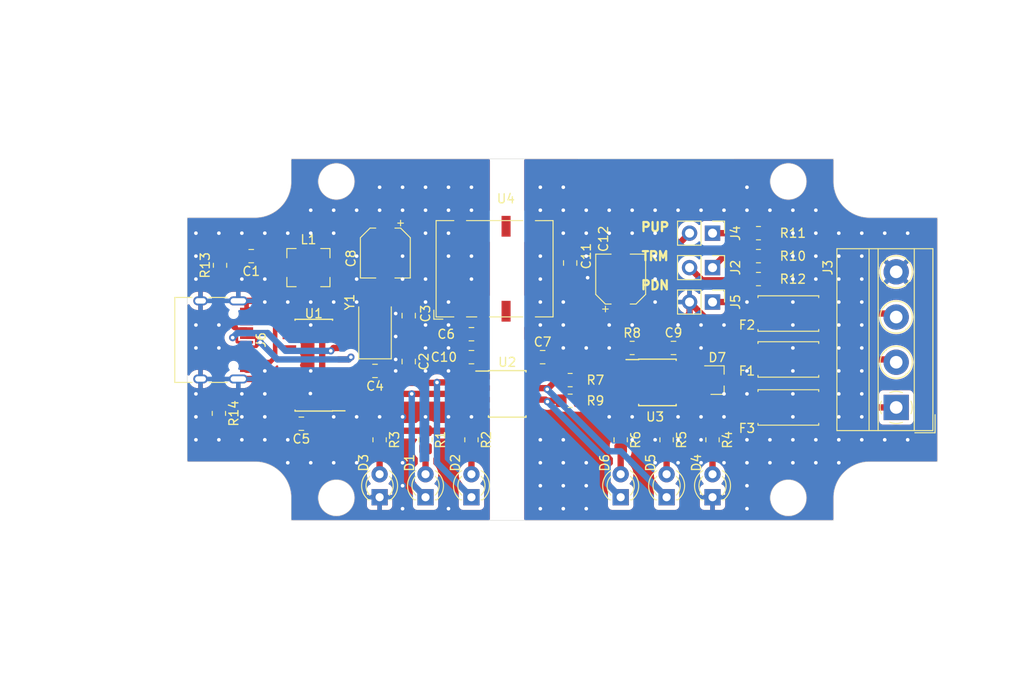
<source format=kicad_pcb>
(kicad_pcb (version 20221018) (generator pcbnew)
  (layers (0 "F.Cu" signal) (31 "B.Cu" signal) (34 "B.Paste" user) (35 "F.Paste" user) (36 "B.SilkS" user "B.Silkscreen") (37 "F.SilkS" user "F.Silkscreen") (38 "B.Mask" user) (39 "F.Mask" user) (44 "Edge.Cuts" user))
  (net 0 "")
  (net 1 "GND")
  (net 2 "-5V1")
  (net 3 "+5V1")
  (net 4 "Net-(U1-XI)")
  (net 5 "+5V")
  (net 6 "Net-(U1-XO)")
  (net 7 "Net-(U1-V3)")
  (net 8 "Net-(D1-K)")
  (net 9 "Net-(D1-A)")
  (net 10 "Net-(D2-K)")
  (net 11 "Net-(D2-A)")
  (net 12 "Net-(D3-A)")
  (net 13 "485_RX")
  (net 14 "485_TX")
  (net 15 "Net-(D4-A)")
  (net 16 "Net-(D5-A)")
  (net 17 "Net-(D6-A)")
  (net 18 "Net-(D7-A1)")
  (net 19 "Net-(D7-A2)")
  (net 20 "Net-(J3-Pin_1)")
  (net 21 "/A")
  (net 22 "Net-(J2-Pin_1)")
  (net 23 "Net-(J4-Pin_1)")
  (net 24 "Net-(J5-Pin_1)")
  (net 25 "/B")
  (net 28 "Net-(U3-RO)")
  (net 29 "Net-(U3-DE)")
  (net 30 "Net-(U3-DI)")
  (net 38 "Net-(C1-Pad1)")
  (net 39 "Net-(U1-UD+)")
  (net 40 "Net-(U1-UD-)")
  (net 41 "Net-(J6-CC1)")
  (net 42 "Net-(J6-CC2)")
  (footprint "Capacitor_SMD:CP_Elec_5x5.3" (layer "F.Cu") (at 145.415 47.92 -90)
    (fp_text reference "C8")
    (fp_text value "CP")
  )
  (footprint "Capacitor_SMD:C_0805_2012Metric_Pad1.18x1.45mm_HandSolder" (layer "F.Cu") (at 154.94 56.896 180)
    (fp_text reference "C10")
    (fp_text value "C")
  )
  (footprint "Capacitor_SMD:C_0805_2012Metric_Pad1.18x1.45mm_HandSolder" (layer "F.Cu") (at 165.862 49.022 90)
    (fp_text reference "C11")
    (fp_text value "C")
  )
  (footprint "Capacitor_SMD:CP_Elec_5x5.3" (layer "F.Cu") (at 171.45 50.8 90)
    (fp_text reference "C12")
    (fp_text value "CP")
  )
  (footprint "Connector_PinHeader_2.54mm:PinHeader_1x02_P2.54mm_Vertical" (layer "F.Cu") (at 181.61 49.53 -90)
    (fp_text reference "J2")
    (fp_text value "Conn_01x02_Male")
  )
  (footprint "Package_SO:SOIC-16_3.9x9.9mm_P1.27mm" (layer "F.Cu") (at 137.5 60.325 180)
    (fp_text reference "U1")
    (fp_text value "CH340G")
  )
  (footprint "Package_SO:SOIC-8_3.9x4.9mm_P1.27mm" (layer "F.Cu") (at 158.9 63.5)
    (fp_text reference "U2")
    (fp_text value "ISO7321C")
  )
  (footprint "Crystal:Crystal_SMD_5032-2Pin_5.0x3.2mm" (layer "F.Cu") (at 144.272 56.57 90)
    (fp_text reference "Y1")
    (fp_text value "12M")
  )
  (footprint "VEG50:AM1L-N-Z" (layer "F.Cu") (at 157.5 49.656 90)
    (fp_text reference "U4")
    (fp_text value "AM1L-N-Z")
  )
  (footprint "Capacitor_SMD:C_0805_2012Metric_Pad1.18x1.45mm_HandSolder" (layer "F.Cu") (at 130.5775 48.26 180)
    (fp_text reference "C1")
    (fp_text value "0.01U")
  )
  (footprint "Capacitor_SMD:C_0805_2012Metric_Pad1.18x1.45mm_HandSolder" (layer "F.Cu") (at 148 59.9225 -90)
    (fp_text reference "C2")
    (fp_text value "22p")
  )
  (footprint "Capacitor_SMD:C_0805_2012Metric_Pad1.18x1.45mm_HandSolder" (layer "F.Cu") (at 148 54.8425 90)
    (fp_text reference "C3")
    (fp_text value "22p")
  )
  (footprint "Capacitor_SMD:C_0805_2012Metric_Pad1.18x1.45mm_HandSolder" (layer "F.Cu") (at 144.272 60.96 180)
    (fp_text reference "C4")
    (fp_text value "0.1U")
  )
  (footprint "Capacitor_SMD:C_0805_2012Metric_Pad1.18x1.45mm_HandSolder" (layer "F.Cu") (at 136.1225 66.802 180)
    (fp_text reference "C5")
    (fp_text value "0.1U")
  )
  (footprint "Capacitor_SMD:C_0805_2012Metric_Pad1.18x1.45mm_HandSolder" (layer "F.Cu") (at 154.94 59.436)
    (fp_text reference "C6")
    (fp_text value "0.1U")
  )
  (footprint "Capacitor_SMD:C_0805_2012Metric_Pad1.18x1.45mm_HandSolder" (layer "F.Cu") (at 162.814 59.436)
    (fp_text reference "C7")
    (fp_text value "0.1U")
  )
  (footprint "Capacitor_SMD:C_0805_2012Metric_Pad1.18x1.45mm_HandSolder" (layer "F.Cu") (at 177.292 58.42)
    (fp_text reference "C9")
    (fp_text value "0.1U")
  )
  (footprint "LED_THT:LED_D3.0mm" (layer "F.Cu") (at 149.86 74.93 90)
    (fp_text reference "D1")
    (fp_text value "LED")
  )
  (footprint "LED_THT:LED_D3.0mm" (layer "F.Cu") (at 154.94 74.93 90)
    (fp_text reference "D2")
    (fp_text value "LED")
  )
  (footprint "LED_THT:LED_D3.0mm" (layer "F.Cu") (at 144.78 74.93 90)
    (fp_text reference "D3")
    (fp_text value "LED")
  )
  (footprint "LED_THT:LED_D3.0mm" (layer "F.Cu") (at 181.61 74.93 90)
    (fp_text reference "D4")
    (fp_text value "LED")
  )
  (footprint "LED_THT:LED_D3.0mm" (layer "F.Cu") (at 176.53 74.93 90)
    (fp_text reference "D5")
    (fp_text value "LED")
  )
  (footprint "LED_THT:LED_D3.0mm" (layer "F.Cu") (at 171.45 74.93 90)
    (fp_text reference "D6")
    (fp_text value "LED")
  )
  (footprint "Package_TO_SOT_SMD:SOT-23" (layer "F.Cu") (at 182.134 61.976)
    (fp_text reference "D7")
    (fp_text value "PESD2CAN")
  )
  (footprint "Fuse:Fuseholder_Littelfuse_Nano2_157x" (layer "F.Cu") (at 190 59.69)
    (fp_text reference "F1")
    (fp_text value "Polyfuse")
  )
  (footprint "Fuse:Fuseholder_Littelfuse_Nano2_157x" (layer "F.Cu") (at 190 54.61)
    (fp_text reference "F2")
    (fp_text value "Polyfuse")
  )
  (footprint "TerminalBlock_MetzConnect:TerminalBlock_MetzConnect_Type011_RT05504HBWC_1x04_P5.00mm_Horizontal" (layer "F.Cu") (at 201.93 65 90)
    (fp_text reference "J3")
    (fp_text value "Conn_01x04_Male")
  )
  (footprint "Inductor_SMD:L_Bourns-SRN4018" (layer "F.Cu") (at 136.905 49.53 180)
    (fp_text reference "L1")
    (fp_text value "Ferrite_Bead")
  )
  (footprint "Resistor_SMD:R_0805_2012Metric_Pad1.20x1.40mm_HandSolder" (layer "F.Cu") (at 154.94 68.58 -90)
    (fp_text reference "R2")
    (fp_text value "1K")
  )
  (footprint "Resistor_SMD:R_0805_2012Metric_Pad1.20x1.40mm_HandSolder" (layer "F.Cu") (at 144.78 68.58 -90)
    (fp_text reference "R3")
    (fp_text value "1K")
  )
  (footprint "Resistor_SMD:R_0805_2012Metric_Pad1.20x1.40mm_HandSolder" (layer "F.Cu") (at 181.61 68.58 -90)
    (fp_text reference "R4")
    (fp_text value "1K")
  )
  (footprint "Resistor_SMD:R_0805_2012Metric_Pad1.20x1.40mm_HandSolder" (layer "F.Cu") (at 176.53 68.58 -90)
    (fp_text reference "R5")
    (fp_text value "1K")
  )
  (footprint "Resistor_SMD:R_0805_2012Metric_Pad1.20x1.40mm_HandSolder" (layer "F.Cu") (at 171.45 68.58 -90)
    (fp_text reference "R6")
    (fp_text value "1K")
  )
  (footprint "Resistor_SMD:R_0805_2012Metric_Pad1.20x1.40mm_HandSolder" (layer "F.Cu") (at 165.862 61.976)
    (fp_text reference "R7")
    (fp_text value "300R")
  )
  (footprint "Resistor_SMD:R_0805_2012Metric_Pad1.20x1.40mm_HandSolder" (layer "F.Cu") (at 172.72 58.42)
    (fp_text reference "R8")
    (fp_text value "4k7")
  )
  (footprint "Resistor_SMD:R_0805_2012Metric_Pad1.20x1.40mm_HandSolder" (layer "F.Cu") (at 165.862 64.262)
    (fp_text reference "R9")
    (fp_text value "300R")
  )
  (footprint "Resistor_SMD:R_0805_2012Metric_Pad1.20x1.40mm_HandSolder" (layer "F.Cu") (at 186.69 48.26 180)
    (fp_text reference "R10")
    (fp_text value "130R")
  )
  (footprint "Package_SO:SOIC-8_3.9x4.9mm_P1.27mm" (layer "F.Cu") (at 175.514 62.23)
    (fp_text reference "U3")
    (fp_text value "MAX1487")
  )
  (footprint "Fuse:Fuseholder_Littelfuse_Nano2_157x" (layer "F.Cu") (at 190 65 180)
    (fp_text reference "F3")
    (fp_text value "Polyfuse")
  )
  (footprint "Connector_USB:USB_C_Receptacle_HRO_TYPE-C-31-M-12" (layer "F.Cu") (at 126.018 57.531 -90)
    (fp_text reference "J6")
    (fp_text value "USB_C_Receptacle_USB2.0")
  )
  (footprint "Resistor_SMD:R_0805_2012Metric_Pad1.20x1.40mm_HandSolder" (layer "F.Cu") (at 127.127 49.276 90)
    (fp_text reference "R13")
    (fp_text value "10K")
  )
  (footprint "Resistor_SMD:R_0805_2012Metric_Pad1.20x1.40mm_HandSolder" (layer "F.Cu") (at 127 65.659 -90)
    (fp_text reference "R14")
    (fp_text value "10K")
  )
  (footprint "Resistor_SMD:R_0805_2012Metric_Pad1.20x1.40mm_HandSolder" (layer "F.Cu") (at 186.69 45.72 180)
    (fp_text reference "R11")
    (fp_text value "13k")
  )
  (footprint "Connector_PinHeader_2.54mm:PinHeader_1x02_P2.54mm_Vertical" (layer "F.Cu") (at 181.61 45.72 -90)
    (fp_text reference "J4")
    (fp_text value "Conn_01x02_Male")
  )
  (footprint "Resistor_SMD:R_0805_2012Metric_Pad1.20x1.40mm_HandSolder" (layer "F.Cu") (at 149.86 68.58 -90)
    (fp_text reference "R1")
    (fp_text value "1K")
  )
  (footprint "Connector_PinHeader_2.54mm:PinHeader_1x02_P2.54mm_Vertical" (layer "F.Cu") (at 181.61 53.34 -90)
    (fp_text reference "J5")
    (fp_text value "Conn_01x02_Male")
  )
  (footprint "Resistor_SMD:R_0805_2012Metric_Pad1.20x1.40mm_HandSolder" (layer "F.Cu") (at 186.69 50.8 180)
    (fp_text reference "R12")
    (fp_text value "13k")
  )
  (gr_line (start 123.5 71) (end 131 71) (stroke (width 0.05)) (layer "Edge.Cuts"))
  (gr_line (start 195 37.5) (end 195 40) (stroke (width 0.05)) (layer "Edge.Cuts"))
  (gr_line (start 206.5 44) (end 199 44) (stroke (width 0.05)) (layer "Edge.Cuts"))
  (gr_line (start 195 75) (end 195 77.5) (stroke (width 0.05)) (layer "Edge.Cuts"))
  (gr_circle (center 140 40) (end 142 40) (stroke (width 0.05)) (fill none) (layer "Edge.Cuts"))
  (gr_circle (center 140 75) (end 142 75) (stroke (width 0.05)) (fill none) (layer "Edge.Cuts"))
  (gr_line (start 131 44) (end 123.5 44) (stroke (width 0.05)) (layer "Edge.Cuts"))
  (gr_line (start 123.5 44) (end 123.5 71) (stroke (width 0.05)) (layer "Edge.Cuts"))
  (gr_circle (center 190 40) (end 192 40) (stroke (width 0.05)) (fill none) (layer "Edge.Cuts"))
  (gr_line (start 135 75) (end 135 77.5) (stroke (width 0.05)) (layer "Edge.Cuts"))
  (gr_arc (start 195 75) (mid 196.171573 72.171573) (end 199 71) (stroke (width 0.05)) (layer "Edge.Cuts"))
  (gr_circle (center 190 75) (end 192 75) (stroke (width 0.05)) (fill none) (layer "Edge.Cuts"))
  (gr_line (start 199 71) (end 206.5 71) (stroke (width 0.05)) (layer "Edge.Cuts"))
  (gr_arc (start 135 40) (mid 133.828427 42.828427) (end 131 44) (stroke (width 0.05)) (layer "Edge.Cuts"))
  (gr_arc (start 199 44) (mid 196.171573 42.828427) (end 195 40) (stroke (width 0.05)) (layer "Edge.Cuts"))
  (gr_line (start 135 77.5) (end 195 77.5) (stroke (width 0.05)) (layer "Edge.Cuts"))
  (gr_line (start 135 37.5) (end 195 37.5) (stroke (width 0.05)) (layer "Edge.Cuts"))
  (gr_arc (start 131 71) (mid 133.828427 72.171573) (end 135 75) (stroke (width 0.05)) (layer "Edge.Cuts"))
  (gr_line (start 135 40) (end 135 37.5) (stroke (width 0.05)) (layer "Edge.Cuts"))
  (gr_line (start 206.5 71) (end 206.5 44) (stroke (width 0.05)) (layer "Edge.Cuts"))
  (gr_text "USB-485 Isolator\nV2.1-0923 VNF" (at 175.26 39.624) (layer "F.Cu") (effects (font (size 1.2 1.2) (thickness 0.3) bold)))
  (gr_text "PUP\n\nTRM\n\nPDN" (at 175.26 48.26) (layer "F.SilkS") (effects (font (size 1 1) (thickness 0.25) bold)))
  (segment (start 130.063 54.231) (end 131.189 54.231) (width 0.7) (layer "F.Cu") (net 1))
  (segment (start 131.189 61.851) (end 129.148 61.851) (width 0.7) (layer "F.Cu") (net 1))
  (segment (start 137.16 66.04) (end 138.43 64.77) (width 0.7) (layer "F.Cu") (net 1))
  (segment (start 130.063 60.831) (end 131.951 60.831) (width 0.7) (layer "F.Cu") (net 1))
  (segment (start 131.189 54.231) (end 132.08 53.34) (width 0.7) (layer "F.Cu") (net 1))
  (segment (start 132.08 60.96) (end 131.189 61.851) (width 0.7) (layer "F.Cu") (net 1))
  (segment (start 137.16 66.802) (end 137.16 66.04) (width 0.7) (layer "F.Cu") (net 1))
  (segment (start 137.16 66.802) (end 138.938 66.802) (width 0.7) (layer "F.Cu") (net 1))
  (segment (start 145.3095 60.96) (end 145.3095 60.4305) (width 0.7) (layer "F.Cu") (net 1))
  (segment (start 146.05 59.69) (end 146.558 59.69) (width 0.7) (layer "F.Cu") (net 1))
  (segment (start 148.59 60.96) (end 149.86 59.69) (width 0.7) (layer "F.Cu") (net 1))
  (segment (start 132.08 53.34) (end 131.951 53.211) (width 0.7) (layer "F.Cu") (net 1))
  (segment (start 148 60.96) (end 148.59 60.96) (width 0.7) (layer "F.Cu") (net 1))
  (segment (start 138.938 66.802) (end 139.7 66.04) (width 0.7) (layer "F.Cu") (net 1))
  (segment (start 149.86 59.69) (end 149.86 58.42) (width 0.7) (layer "F.Cu") (net 1))
  (segment (start 131.951 60.831) (end 132.08 60.96) (width 0.7) (layer "F.Cu") (net 1))
  (segment (start 127.127 48.276) (end 129.524 48.276) (width 0.7) (layer "F.Cu") (net 1))
  (segment (start 131.951 53.211) (end 129.148 53.211) (width 0.7) (layer "F.Cu") (net 1))
  (segment (start 146.558 59.69) (end 146.73 59.69) (width 0.7) (layer "F.Cu") (net 1))
  (segment (start 145.3095 60.4305) (end 146.05 59.69) (width 0.7) (layer "F.Cu") (net 1))
  (segment (start 146.73 59.69) (end 148 60.96) (width 0.7) (layer "F.Cu") (net 1))
  (segment (start 138.43 64.77) (end 140.2 64.77) (width 0.7) (layer "F.Cu") (net 1))
  (via (at 149.86 53.34) (size 0.8) (drill 0.4) (layers "F.Cu" "B.Cu") (net 1))
  (via (at 134.62 53.34) (size 0.8) (drill 0.4) (layers "F.Cu" "B.Cu") (net 1))
  (via (at 124.46 58.42) (size 0.8) (drill 0.4) (layers "F.Cu" "B.Cu") (net 1))
  (via (at 127 58.42) (size 0.8) (drill 0.4) (layers "F.Cu" "B.Cu") (net 1))
  (via (at 147.32 48.26) (size 0.8) (drill 0.4) (layers "F.Cu" "B.Cu") (net 1))
  (via (at 154.94 50.8) (size 0.8) (drill 0.4) (layers "F.Cu" "B.Cu") (net 1))
  (via (at 137.16 55.88) (size 0.8) (drill 0.4) (layers "F.Cu" "B.Cu") (net 1))
  (via (at 132.08 50.8) (size 0.8) (drill 0.4) (layers "F.Cu" "B.Cu") (net 1))
  (via (at 142.24 48.26) (size 0.8) (drill 0.4) (layers "F.Cu" "B.Cu") (net 1))
  (via (at 127 55.88) (size 0.8) (drill 0.4) (layers "F.Cu" "B.Cu") (net 1))
  (via (at 147.32 76.2) (size 0.8) (drill 0.4) (layers "F.Cu" "B.Cu") (net 1))
  (via (at 132.08 68.58) (size 0.8) (drill 0.4) (layers "F.Cu" "B.Cu") (net 1))
  (via (at 142.24 53.34) (size 0.8) (drill 0.4) (layers "F.Cu" "B.Cu") (net 1))
  (via (at 137.16 60.96) (size 0.8) (drill 0.4) (layers "F.Cu" "B.Cu") (net 1))
  (via (at 149.86 55.88) (size 0.8) (drill 0.4) (layers "F.Cu" "B.Cu") (net 1))
  (via (at 137.16 45.72) (size 0.8) (drill 0.4) (layers "F.Cu" "B.Cu") (net 1))
  (via (at 129.54 45.72) (size 0.8) (drill 0.4) (layers "F.Cu" "B.Cu") (net 1))
  (via (at 127 68.58) (size 0.8) (drill 0.4) (layers "F.Cu" "B.Cu") (net 1))
  (via (at 124.46 68.58) (size 0.8) (drill 0.4) (layers "F.Cu" "B.Cu") (net 1))
  (via (at 132.08 66.04) (size 0.8) (drill 0.4) (layers "F.Cu" "B.Cu") (net 1))
  (via (at 147.32 73.66) (size 0.8) (drill 0.4) (layers "F.Cu" "B.Cu") (net 1))
  (via (at 139.7 43.18) (size 0.8) (drill 0.4) (layers "F.Cu" "B.Cu") (net 1))
  (via (at 142.24 43.18) (size 0.8) (drill 0.4) (layers "F.Cu" "B.Cu") (net 1))
  (via (at 152.4 55.88) (size 0.8) (drill 0.4) (layers "F.Cu" "B.Cu") (net 1))
  (via (at 147.32 71.12) (size 0.8) (drill 0.4) (layers "F.Cu" "B.Cu") (net 1))
  (via (at 147.32 66.04) (size 0.8) (drill 0.4) (layers "F.Cu" "B.Cu") (net 1))
  (via (at 129.54 63.5) (size 0.8) (drill 0.4) (layers "F.Cu" "B.Cu") (net 1))
  (via (at 152.4 43.18) (size 0.8) (drill 0.4) (layers "F.Cu" "B.Cu") (net 1))
  (via (at 144.78 40.64) (size 0.8) (drill 0.4) (layers "F.Cu" "B.Cu") (net 1))
  (via (at 154.94 66.04) (size 0.8) (drill 0.4) (layers "F.Cu" "B.Cu") (net 1))
  (via (at 124.46 45.72) (size 0.8) (drill 0.4) (layers "F.Cu" "B.Cu") (net 1))
  (via (at 147.32 40.64) (size 0.8) (drill 0.4) (layers "F.Cu" "B.Cu") (net 1))
  (via (at 149.86 43.18) (size 0.8) (drill 0.4) (layers "F.Cu" "B.Cu") (net 1))
  (via (at 149.86 58.42) (size 0.8) (drill 0.4) (layers "F.Cu" "B.Cu") (net 1))
  (via (at 124.46 55.88) (size 0.8) (drill 0.4) (layers "F.Cu" "B.Cu") (net 1))
  (via (at 154.94 40.64) (size 0.8) (drill 0.4) (layers "F.Cu" "B.Cu") (net 1))
  (via (at 129.54 68.58) (size 0.8) (drill 0.4) (layers "F.Cu" "B.Cu") (net 1))
  (via (at 142.24 71.12) (size 0.8) (drill 0.4) (layers "F.Cu" "B.Cu") (net 1))
  (via (at 132.08 60.96) (size 0.8) (drill 0.4) (layers "F.Cu" "B.Cu") (net 1))
  (via (at 152.4 66.04) (size 0.8) (drill 0.4) (layers "F.Cu" "B.Cu") (net 1))
  (via (at 152.4 45.72) (size 0.8) (drill 0.4) (layers "F.Cu" "B.Cu") (net 1))
  (via (at 124.46 48.26) (size 0.8) (drill 0.4) (layers "F.Cu" "B.Cu") (net 1))
  (via (at 152.4 58.42) (size 0.8) (drill 0.4) (layers "F.Cu" "B.Cu") (net 1))
  (via (at 154.94 43.18) (size 0.8) (drill 0.4) (layers "F.Cu" "B.Cu") (net 1))
  (via (at 134.62 68.58) (size 0.8) (drill 0.4) (layers "F.Cu" "B.Cu") (net 1))
  (via (at 127 45.72) (size 0.8) (drill 0.4) (layers "F.Cu" "B.Cu") (net 1))
  (via (at 124.46 63.5) (size 0.8) (drill 0.4) (layers "F.Cu" "B.Cu") (net 1))
  (via (at 152.4 40.64) (size 0.8) (drill 0.4) (layers "F.Cu" "B.Cu") (net 1))
  (via (at 152.4 48.26) (size 0.8) (drill 0.4) (layers "F.Cu" "B.Cu") (net 1))
  (via (at 146.558 59.69) (size 0.8) (drill 0.4) (layers "F.Cu" "B.Cu") (net 1))
  (via (at 132.08 45.72) (size 0.8) (drill 0.4) (layers "F.Cu" "B.Cu") (net 1))
  (via (at 137.122559 63.462559) (size 0.8) (drill 0.4) (layers "F.Cu" "B.Cu") (net 1))
  (via (at 124.46 66.04) (size 0.8) (drill 0.4) (layers "F.Cu" "B.Cu") (net 1))
  (via (at 139.7 53.34) (size 0.8) (drill 0.4) (layers "F.Cu" "B.Cu") (net 1))
  (via (at 132.08 53.34) (size 0.8) (drill 0.4) (layers "F.Cu" "B.Cu") (net 1))
  (via (at 146.558 54.61) (size 0.8) (drill 0.4) (layers "F.Cu" "B.Cu") (net 1))
  (via (at 144.78 43.18) (size 0.8) (drill 0.4) (layers "F.Cu" "B.Cu") (net 1))
  (via (at 146.558 60.96) (size 0.8) (drill 0.4) (layers "F.Cu" "B.Cu") (net 1))
  (via (at 146.558 57.15) (size 0.8) (drill 0.4) (layers "F.Cu" "B.Cu") (net 1))
  (via (at 149.86 66.04) (size 0.8) (drill 0.4) (layers "F.Cu" "B.Cu") (net 1))
  (via (at 137.16 53.34) (size 0.8) (drill 0.4) (layers "F.Cu" "B.Cu") (net 1))
  (via (at 149.86 50.8) (size 0.8) (drill 0.4) (layers "F.Cu" "B.Cu") (net 1))
  (via (at 142.24 66.04) (size 0.8) (drill 0.4) (layers "F.Cu" "B.Cu") (net 1))
  (via (at 129.54 66.04) (size 0.8) (drill 0.4) (layers "F.Cu" "B.Cu") (net 1))
  (via (at 134.62 71.12) (size 0.8) (drill 0.4) (layers "F.Cu" "B.Cu") (net 1))
  (via (at 137.16 71.12) (size 0.8) (drill 0.4) (layers "F.Cu" "B.Cu") (net 1))
  (via (at 152.4 53.34) (size 0.8) (drill 0.4) (layers "F.Cu" "B.Cu") (net 1))
  (via (at 134.62 45.72) (size 0.8) (drill 0.4) (layers "F.Cu" "B.Cu") (net 1))
  (via (at 139.7 71.12) (size 0.8) (drill 0.4) (layers "F.Cu" "B.Cu") (net 1))
  (via (at 152.4 60.96) (size 0.8) (drill 0.4) (layers "F.Cu" "B.Cu") (net 1))
  (via (at 132.08 63.5) (size 0.8) (drill 0.4) (layers "F.Cu" "B.Cu") (net 1))
  (via (at 152.4 76.2) (size 0.8) (drill 0.4) (layers "F.Cu" "B.Cu") (net 1))
  (via (at 139.7 45.72) (size 0.8) (drill 0.4) (layers "F.Cu" "B.Cu") (net 1))
  (via (at 144.78 66.04) (size 0.8) (drill 0.4) (layers "F.Cu" "B.Cu") (net 1))
  (via (at 149.86 45.72) (size 0.8) (drill 0.4) (layers "F.Cu" "B.Cu") (net 1))
  (via (at 139.7 66.04) (size 0.8) (drill 0.4) (layers "F.Cu" "B.Cu") (net 1))
  (via (at 149.86 60.96) (size 0.8) (drill 0.4) (layers "F.Cu" "B.Cu") (net 1))
  (via (at 154.94 48.26) (size 0.8) (drill 0.4) (layers "F.Cu" "B.Cu") (net 1))
  (via (at 129.54 50.8) (size 0.8) (drill 0.4) (layers "F.Cu" "B.Cu") (net 1))
  (via (at 149.86 40.64) (size 0.8) (drill 0.4) (layers "F.Cu" "B.Cu") (net 1))
  (via (at 124.46 50.8) (size 0.8) (drill 0.4) (layers "F.Cu" "B.Cu") (net 1))
  (via (at 147.32 50.8) (size 0.8) (drill 0.4) (layers "F.Cu" "B.Cu") (net 1))
  (via (at 137.16 43.18) (size 0.8) (drill 0.4) (layers "F.Cu" "B.Cu") (net 1))
  (via (at 142.24 50.8) (size 0.8) (drill 0.4) (layers "F.Cu" "B.Cu") (net 1))
  (via (at 147.32 43.18) (size 0.8) (drill 0.4) (layers "F.Cu" "B.Cu") (net 1))
  (segment (start 179.07 53.34) (end 181.61 55.88) (width 0.7) (layer "F.Cu") (net 2))
  (segment (start 181.61 55.88) (end 182.88 55.88) (width 0.7) (layer "F.Cu") (net 2))
  (segment (start 179.07 54.61) (end 177.8 55.88) (width 0.7) (layer "F.Cu") (net 2))
  (segment (start 179.07 53.34) (end 179.07 54.61) (width 0.7) (layer "F.Cu") (net 2))
  (via (at 177.8 68.58) (size 0.8) (drill 0.4) (layers "F.Cu" "B.Cu") (net 2))
  (via (at 185.42 71.12) (size 0.8) (drill 0.4) (layers "F.Cu" "B.Cu") (net 2))
  (via (at 203.2 68.58) (size 0.8) (drill 0.4) (layers "F.Cu" "B.Cu") (net 2))
  (via (at 180.34 71.12) (size 0.8) (drill 0.4) (layers "F.Cu" "B.Cu") (net 2))
  (via (at 198.12 60.96) (size 0.8) (drill 0.4) (layers "F.Cu" "B.Cu") (net 2))
  (via (at 185.42 63.5) (size 0.8) (drill 0.4) (layers "F.Cu" "B.Cu") (net 2))
  (via (at 170.18 58.42) (size 0.8) (drill 0.4) (layers "F.Cu" "B.Cu") (net 2))
  (via (at 162.56 76.2) (size 0.8) (drill 0.4) (layers "F.Cu" "B.Cu") (net 2))
  (via (at 177.8 66.04) (size 0.8) (drill 0.4) (layers "F.Cu" "B.Cu") (net 2))
  (via (at 198.12 58.42) (size 0.8) (drill 0.4) (layers "F.Cu" "B.Cu") (net 2))
  (via (at 167.64 76.2) (size 0.8) (drill 0.4) (layers "F.Cu" "B.Cu") (net 2))
  (via (at 167.64 45.72) (size 0.8) (drill 0.4) (layers "F.Cu" "B.Cu") (net 2))
  (via (at 177.8 43.18) (size 0.8) (drill 0.4) (layers "F.Cu" "B.Cu") (net 2))
  (via (at 182.88 66.04) (size 0.8) (drill 0.4) (layers "F.Cu" "B.Cu") (net 2))
  (via (at 190.5 58.42) (size 0.8) (drill 0.4) (layers "F.Cu" "B.Cu") (net 2))
  (via (at 175.26 48.26) (size 0.8) (drill 0.4) (layers "F.Cu" "B.Cu") (net 2))
  (via (at 200.66 68.58) (size 0.8) (drill 0.4) (layers "F.Cu" "B.Cu") (net 2))
  (via (at 172.72 55.88) (size 0.8) (drill 0.4) (layers "F.Cu" "B.Cu") (net 2))
  (via (at 167.64 58.42) (size 0.8) (drill 0.4) (layers "F.Cu" "B.Cu") (net 2))
  (via (at 180.34 43.18) (size 0.8) (drill 0.4) (layers "F.Cu" "B.Cu") (net 2))
  (via (at 185.42 68.58) (size 0.8) (drill 0.4) (layers "F.Cu" "B.Cu") (net 2))
  (via (at 195.58 55.88) (size 0.8) (drill 0.4) (layers "F.Cu" "B.Cu") (net 2))
  (via (at 165.1 68.58) (size 0.8) (drill 0.4) (layers "F.Cu" "B.Cu") (net 2))
  (via (at 195.58 50.8) (size 0.8) (drill 0.4) (layers "F.Cu" "B.Cu") (net 2))
  (via (at 167.64 73.66) (size 0.8) (drill 0.4) (layers "F.Cu" "B.Cu") (net 2))
  (via (at 175.26 71.12) (size 0.8) (drill 0.4) (layers "F.Cu" "B.Cu") (net 2))
  (via (at 162.56 55.88) (size 0.8) (drill 0.4) (layers "F.Cu" "B.Cu") (net 2))
  (via (at 203.2 45.72) (size 0.8) (drill 0.4) (layers "F.Cu" "B.Cu") (net 2))
  (via (at 175.26 45.72) (size 0.8) (drill 0.4) (layers "F.Cu" "B.Cu") (net 2))
  (via (at 198.12 68.58) (size 0.8) (drill 0.4) (layers "F.Cu" "B.Cu") (net 2))
  (via (at 193.04 68.58) (size 0.8) (drill 0.4) (layers "F.Cu" "B.Cu") (net 2))
  (via (at 167.64 71.12) (size 0.8) (drill 0.4) (layers "F.Cu" "B.Cu") (net 2))
  (via (at 190.5 43.18) (size 0.8) (drill 0.4) (layers "F.Cu" "B.Cu") (net 2))
  (via (at 172.72 66.04) (size 0.8) (drill 0.4) (layers "F.Cu" "B.Cu") (net 2))
  (via (at 198.12 63.5) (size 0.8) (drill 0.4) (layers "F.Cu" "B.Cu") (net 2))
  (via (at 190.5 60.96) (size 0.8) (drill 0.4) (layers "F.Cu" "B.Cu") (net 2))
  (via (at 162.56 73.66) (size 0.8) (drill 0.4) (layers "F.Cu" "B.Cu") (net 2))
  (via (at 170.18 43.18) (size 0.8) (drill 0.4) (layers "F.Cu" "B.Cu") (net 2))
  (via (at 195.58 71.12) (size 0.8) (drill 0.4) (layers "F.Cu" "B.Cu") (net 2))
  (via (at 165.1 76.2) (size 0.8) (drill 0.4) (layers "F.Cu" "B.Cu") (net 2))
  (via (at 162.56 68.58) (size 0.8) (drill 0.4) (layers "F.Cu" "B.Cu") (net 2))
  (via (at 185.42 73.66) (size 0.8) (drill 0.4) (layers "F.Cu" "B.Cu") (net 2))
  (via (at 198.12 66.04) (size 0.8) (drill 0.4) (layers "F.Cu" "B.Cu") (net 2))
  (via (at 190.5 55.88) (size 0.8) (drill 0.4) (layers "F.Cu" "B.Cu") (net 2))
  (via (at 165.1 40.64) (size 0.8) (drill 0.4) (layers "F.Cu" "B.Cu") (net 2))
  (via (at 190.5 71.12) (size 0.8) (drill 0.4) (layers "F.Cu" "B.Cu") (net 2))
  (via (at 172.72 68.58) (size 0.8) (drill 0.4) (layers "F.Cu" "B.Cu") (net 2))
  (via (at 182.88 43.18) (size 0.8) (drill 0.4) (layers "F.Cu" "B.Cu") (net 2))
  (via (at 198.12 48.26) (size 0.8) (drill 0.4) (layers "F.Cu" "B.Cu") (net 2))
  (via (at 190.5 63.5) (size 0.8) (drill 0.4) (layers "F.Cu" "B.Cu") (net 2))
  (via (at 185.42 53.34) (size 0.8) (drill 0.4) (layers "F.Cu" "B.Cu") (net 2))
  (via (at 185.42 43.18) (size 0.8) (drill 0.4) (layers "F.Cu" "B.Cu") (net 2))
  (via (at 193.04 43.18) (size 0.8) (drill 0.4) (layers "F.Cu" "B.Cu") (net 2))
  (via (at 175.26 53.34) (size 0.8) (drill 0.4) (layers "F.Cu" "B.Cu") (net 2))
  (via (at 193.04 71.12) (size 0.8) (drill 0.4) (layers "F.Cu" "B.Cu") (net 2))
  (via (at 193.04 50.8) (size 0.8) (drill 0.4) (layers "F.Cu" "B.Cu") (net 2))
  (via (at 190.5 48.26) (size 0.8) (drill 0.4) (layers "F.Cu" "B.Cu") (net 2))
  (via (at 167.64 48.26) (size 0.8) (drill 0.4) (layers "F.Cu" "B.Cu") (net 2))
  (via (at 180.34 58.42) (size 0.8) (drill 0.4) (layers "F.Cu" "B.Cu") (net 2))
  (via (at 182.88 63.5) (size 0.8) (drill 0.4) (layers "F.Cu" "B.Cu") (net 2))
  (via (at 193.04 45.72) (size 0.8) (drill 0.4) (layers "F.Cu" "B.Cu") (net 2))
  (via (at 180.34 68.58) (size 0.8) (drill 0.4) (layers "F.Cu" "B.Cu") (net 2))
  (via (at 175.26 50.8) (size 0.8) (drill 0.4) (layers "F.Cu" "B.Cu") (net 2))
  (via (at 190.5 53.34) (size 0.8) (drill 0.4) (layers "F.Cu" "B.Cu") (net 2))
  (via (at 182.88 71.12) (size 0.8) (drill 0.4) (layers "F.Cu" "B.Cu") (net 2))
  (via (at 180.34 66.04) (size 0.8) (drill 0.4) (layers "F.Cu" "B.Cu") (net 2))
  (via (at 167.64 43.18) (size 0.8) (drill 0.4) (layers "F.Cu" "B.Cu") (net 2))
  (via (at 165.1 53.34) (size 0.8) (drill 0.4) (layers "F.Cu" "B.Cu") (net 2))
  (via (at 185.42 76.2) (size 0.8) (drill 0.4) (layers "F.Cu" "B.Cu") (net 2))
  (via (at 195.58 66.04) (size 0.8) (drill 0.4) (layers "F.Cu" "B.Cu") (net 2))
  (via (at 162.56 48.26) (size 0.8) (drill 0.4) (layers "F.Cu" "B.Cu") (net 2))
  (via (at 187.96 43.18) (size 0.8) (drill 0.4) (layers "F.Cu" "B.Cu") (net 2))
  (via (at 162.56 43.18) (size 0.8) (drill 0.4) (layers "F.Cu" "B.Cu") (net 2))
  (via (at 190.5 68.58) (size 0.8) (drill 0.4) (layers "F.Cu" "B.Cu") (net 2))
  (via (at 165.1 58.42) (size 0.8) (drill 0.4) (layers "F.Cu" "B.Cu") (net 2))
  (via (at 198.12 45.72) (size 0.8) (drill 0.4) (layers "F.Cu" "B.Cu") (net 2))
  (via (at 195.58 60.96) (size 0.8) (drill 0.4) (layers "F.Cu" "B.Cu") (net 2))
  (via (at 175.26 43.18) (size 0.8) (drill 0.4) (layers "F.Cu" "B.Cu") (net 2))
  (via (at 165.1 43.18) (size 0.8) (drill 0.4) (layers "F.Cu" "B.Cu") (net 2))
  (via (at 195.58 63.5) (size 0.8) (drill 0.4) (layers "F.Cu" "B.Cu") (net 2))
  (via (at 170.18 45.72) (size 0.8) (drill 0.4) (layers "F.Cu" "B.Cu") (net 2))
  (via (at 182.88 55.88) (size 0.8) (drill 0.4) (layers "F.Cu" "B.Cu") (net 2))
  (via (at 190.5 45.72) (size 0.8) (drill 0.4) (layers "F.Cu" "B.Cu") (net 2))
  (via (at 172.72 45.72) (size 0.8) (drill 0.4) (layers "F.Cu" "B.Cu") (net 2))
  (via (at 177.8 55.88) (size 0.8) (drill 0.4) (layers "F.Cu" "B.Cu") (net 2))
  (via (at 162.56 40.64) (size 0.8) (drill 0.4) (layers "F.Cu" "B.Cu") (net 2))
  (via (at 185.42 40.64) (size 0.8) (drill 0.4) (layers "F.Cu" "B.Cu") (net 2))
  (via (at 167.792648 50.647352) (size 0.8) (drill 0.4) (layers "F.Cu" "B.Cu") (net 2))
  (via (at 175.26 68.58) (size 0.8) (drill 0.4) (layers "F.Cu" "B.Cu") (net 2))
  (via (at 162.56 50.8) (size 0.8) (drill 0.4) (layers "F.Cu" "B.Cu") (net 2))
  (via (at 198.12 53.34) (size 0.8) (drill 0.4) (layers "F.Cu" "B.Cu") (net 2))
  (via (at 195.58 48.26) (size 0.8) (drill 0.4) (layers "F.Cu" "B.Cu") (net 2))
  (via (at 170.18 55.88) (size 0.8) (drill 0.4) (layers "F.Cu" "B.Cu") (net 2))
  (via (at 180.34 55.88) (size 0.8) (drill 0.4) (layers "F.Cu" "B.Cu") (net 2))
  (via (at 195.58 58.42) (size 0.8) (drill 0.4) (layers "F.Cu" "B.Cu") (net 2))
  (via (at 165.1 45.72) (size 0.8) (drill 0.4) (layers "F.Cu" "B.Cu") (net 2))
  (via (at 165.1 71.12) (size 0.8) (drill 0.4) (layers "F.Cu" "B.Cu") (net 2))
  (via (at 190.5 50.8) (size 0.8) (drill 0.4) (layers "F.Cu" "B.Cu") (net 2))
  (via (at 195.58 45.72) (size 0.8) (drill 0.4) (layers "F.Cu" "B.Cu") (net 2))
  (via (at 195.58 68.58) (size 0.8) (drill 0.4) (layers "F.Cu" "B.Cu") (net 2))
  (via (at 200.66 45.72) (size 0.8) (drill 0.4) (layers "F.Cu" "B.Cu") (net 2))
  (via (at 198.12 50.8) (size 0.8) (drill 0.4) (layers "F.Cu" "B.Cu") (net 2))
  (via (at 172.72 43.18) (size 0.8) (drill 0.4) (layers "F.Cu" "B.Cu") (net 2))
  (via (at 162.56 53.34) (size 0.8) (drill 0.4) (layers "F.Cu" "B.Cu") (net 2))
  (via (at 177.8 71.12) (size 0.8) (drill 0.4) (layers "F.Cu" "B.Cu") (net 2))
  (via (at 193.04 48.26) (size 0.8) (drill 0.4) (layers "F.Cu" "B.Cu") (net 2))
  (via (at 187.96 68.58) (size 0.8) (drill 0.4) (layers "F.Cu" "B.Cu") (net 2))
  (via (at 195.58 53.34) (size 0.8) (drill 0.4) (layers "F.Cu" "B.Cu") (net 2))
  (via (at 170.18 66.04) (size 0.8) (drill 0.4) (layers "F.Cu" "B.Cu") (net 2))
  (via (at 185.42 60.96) (size 0.8) (drill 0.4) (layers "F.Cu" "B.Cu") (net 2))
  (via (at 165.1 73.66) (size 0.8) (drill 0.4) (layers "F.Cu" "B.Cu") (net 2))
  (via (at 165.1 55.88) (size 0.8) (drill 0.4) (layers "F.Cu" "B.Cu") (net 2))
  (via (at 190.5 66.04) (size 0.8) (drill 0.4) (layers "F.Cu" "B.Cu") (net 2))
  (via (at 187.96 71.12) (size 0.8) (drill 0.4) (layers "F.Cu" "B.Cu") (net 2))
  (via (at 198.12 55.88) (size 0.8) (drill 0.4) (layers "F.Cu" "B.Cu") (net 2))
  (via (at 162.56 71.12) (size 0.8) (drill 0.4) (layers "F.Cu" "B.Cu") (net 2))
  (segment (start 162.56 57.15) (end 161.7765 57.9335) (width 0.7) (layer "F.Cu") (net 3))
  (segment (start 178.214 60.325) (end 178.1595 60.325) (width 0.7) (layer "F.Cu") (net 3))
  (segment (start 176.53 67.58) (end 181.61 67.58) (width 0.7) (layer "F.Cu") (net 3))
  (segment (start 168.32 53.34) (end 171.11 53.34) (width 0.7) (layer "F.Cu") (net 3))
  (segment (start 170.45 57.15) (end 168.275 57.15) (width 0.7) (layer "F.Cu") (net 3))
  (segment (start 168.275 57.15) (end 167.64 57.15) (width 0.7) (layer "F.Cu") (net 3))
  (segment (start 176.85 47.94) (end 176.85 55.2845) (width 0.7) (layer "F.Cu") (net 3))
  (segment (start 171.72 58.42) (end 170.45 57.15) (width 0.7) (layer "F.Cu") (net 3))
  (segment (start 168.32 53.34) (end 168.275 53.385) (width 0.7) (layer "F.Cu") (net 3))
  (segment (start 165.862 50.0595) (end 165.862 50.882) (width 0.7) (layer "F.Cu") (net 3))
  (segment (start 176.53 58.6955) (end 176.2545 58.42) (width 0.7) (layer "F.Cu") (net 3))
  (segment (start 174.9845 57.15) (end 172.99 57.15) (width 0.7) (layer "F.Cu") (net 3))
  (segment (start 179.07 45.72) (end 176.85 47.94) (width 0.7) (layer "F.Cu") (net 3))
  (segment (start 176.53 67.58) (end 176.53 58.6955) (width 0.7) (layer "F.Cu") (net 3))
  (segment (start 176.2545 58.42) (end 174.9845 57.15) (width 0.7) (layer "F.Cu") (net 3))
  (segment (start 186.19 65) (end 187.57 65) (width 0.7) (layer "F.Cu") (net 3))
  (segment (start 165.862 50.882) (end 168.32 53.34) (width 0.7) (layer "F.Cu") (net 3))
  (segment (start 171.11 53.34) (end 171.45 53) (width 0.7) (layer "F.Cu") (net 3))
  (segment (start 161.6 61.595) (end 161.6 59.6125) (width 0.7) (layer "F.Cu") (net 3))
  (segment (start 181.61 67.58) (end 183.61 67.58) (width 0.7) (layer "F.Cu") (net 3))
  (segment (start 178.1595 60.325) (end 176.2545 58.42) (width 0.7) (layer "F.Cu") (net 3))
  (segment (start 168.275 53.385) (end 168.275 57.15) (width 0.7) (layer "F.Cu") (net 3))
  (segment (start 167.64 57.15) (end 162.56 57.15) (width 0.7) (layer "F.Cu") (net 3))
  (segment (start 171.45 67.58) (end 176.53 67.58) (width 0.7) (layer "F.Cu") (net 3))
  (segment (start 183.61 67.58) (end 186.19 65) (width 0.7) (layer "F.Cu") (net 3))
  (segment (start 161.7765 57.9335) (end 161.7765 59.436) (width 0.7) (layer "F.Cu") (net 3))
  (segment (start 172.99 57.15) (end 171.72 58.42) (width 0.7) (layer "F.Cu") (net 3))
  (segment (start 176.85 55.2845) (end 174.9845 57.15) (width 0.7) (layer "F.Cu") (net 3))
  (segment (start 161.31 45.5075) (end 165.862 50.0595) (width 0.7) (layer "F.Cu") (net 3))
  (segment (start 144.272 58.42) (end 147.535 58.42) (width 0.7) (layer "F.Cu") (net 4))
  (segment (start 143.002 57.15) (end 144.272 58.42) (width 0.7) (layer "F.Cu") (net 4))
  (segment (start 140.2 57.15) (end 143.002 57.15) (width 0.7) (layer "F.Cu") (net 4))
  (segment (start 147.535 58.42) (end 148 58.885) (width 0.7) (layer "F.Cu") (net 4))
  (segment (start 145.415 45.72) (end 147.4645 45.72) (width 0.7) (layer "F.Cu") (net 5))
  (segment (start 147.4645 45.72) (end 153.8145 52.07) (width 0.7) (layer "F.Cu") (net 5))
  (segment (start 156.23 56.6435) (end 155.9775 56.896) (width 0.7) (layer "F.Cu") (net 5))
  (segment (start 149.86 67.58) (end 144.78 67.58) (width 0.7) (layer "F.Cu") (net 5))
  (segment (start 153.8145 52.07) (end 154.94 52.07) (width 0.7) (layer "F.Cu") (net 5))
  (segment (start 154.94 52.07) (end 156.23 53.36) (width 0.7) (layer "F.Cu") (net 5))
  (segment (start 134.8 64.77) (end 137.157914 64.77) (width 0.7) (layer "F.Cu") (net 5))
  (segment (start 154.94 67.58) (end 149.86 67.58) (width 0.7) (layer "F.Cu") (net 5))
  (segment (start 144.78 67.58) (end 143.78 68.58) (width 0.7) (layer "F.Cu") (net 5))
  (segment (start 138.43 63.497914) (end 138.43 49.53) (width 0.7) (layer "F.Cu") (net 5))
  (segment (start 143.78 68.58) (end 136.906 68.58) (width 0.7) (layer "F.Cu") (net 5))
  (segment (start 138.43 49.53) (end 142.24 45.72) (width 0.7) (layer "F.Cu") (net 5))
  (segment (start 135.085 66.759) (end 135.085 64.77) (width 0.7) (layer "F.Cu") (net 5))
  (segment (start 155.9775 59.436) (end 155.9775 61.3725) (width 0.7) (layer "F.Cu") (net 5))
  (segment (start 155.9775 61.3725) (end 156.2 61.595) (width 0.7) (layer "F.Cu") (net 5))
  (segment (start 156.23 53.36) (end 156.23 53.706) (width 0.7) (layer "F.Cu") (net 5))
  (segment (start 137.157914 64.77) (end 138.43 63.497914) (width 0.7) (layer "F.Cu") (net 5))
  (segment (start 136.906 68.58) (end 135.085 66.759) (width 0.7) (layer "F.Cu") (net 5))
  (segment (start 142.24 45.72) (end 145.415 45.72) (width 0.7) (layer "F.Cu") (net 5))
  (segment (start 155.9775 56.896) (end 155.9775 59.436) (width 0.7) (layer "F.Cu") (net 5))
  (segment (start 156.23 54.356) (end 156.23 56.6435) (width 0.7) (layer "F.Cu") (net 5))
  (segment (start 142.24 55.88) (end 143.4 54.72) (width 0.7) (layer "F.Cu") (net 6))
  (segment (start 143.4 54.72) (end 144.272 54.72) (width 0.7) (layer "F.Cu") (net 6))
  (segment (start 148 55.88) (end 146.05 55.88) (width 0.7) (layer "F.Cu") (net 6))
  (segment (start 144.89 54.72) (end 146.05 55.88) (width 0.7) (layer "F.Cu") (net 6))
  (segment (start 140.2 55.88) (end 142.24 55.88) (width 0.7) (layer "F.Cu") (net 6))
  (segment (start 140.2 60.96) (end 143.2345 60.96) (width 0.7) (layer "F.Cu") (net 7))
  (segment (start 154.051 63.5) (end 148.335986 63.5) (width 0.7) (layer "F.Cu") (net 8))
  (segment (start 154.686 64.135) (end 154.051 63.5) (width 0.7) (layer "F.Cu") (net 8))
  (segment (start 156.2 64.135) (end 154.686 64.135) (width 0.7) (layer "F.Cu") (net 8))
  (segment (start 140.2 63.5) (end 148.335986 63.5) (width 0.7) (layer "F.Cu") (net 8))
  (via (at 148.335986 63.5) (size 0.8) (drill 0.4) (layers "F.Cu" "B.Cu") (net 8))
  (segment (start 149.86 74.93) (end 148.335986 73.405986) (width 0.7) (layer "B.Cu") (net 8))
  (segment (start 148.335986 73.405986) (end 148.335986 63.5) (width 0.7) (layer "B.Cu") (net 8))
  (segment (start 149.86 69.31) (end 149.86 72.39) (width 0.7) (layer "F.Cu") (net 9))
  (segment (start 154.725 62.865) (end 154.09 62.23) (width 0.7) (layer "F.Cu") (net 10))
  (segment (start 140.255 62.285) (end 151.075 62.285) (width 0.7) (layer "F.Cu") (net 10))
  (segment (start 151.075 62.285) (end 151.13 62.23) (width 0.7) (layer "F.Cu") (net 10))
  (segment (start 154.09 62.23) (end 151.13 62.23) (width 0.7) (layer "F.Cu") (net 10))
  (segment (start 140.2 62.23) (end 140.255 62.285) (width 0.7) (layer "F.Cu") (net 10))
  (segment (start 156.2 62.865) (end 154.725 62.865) (width 0.7) (layer "F.Cu") (net 10))
  (via (at 151.13 62.23) (size 0.8) (drill 0.4) (layers "F.Cu" "B.Cu") (net 10))
  (segment (start 151.13 71.12) (end 151.13 62.23) (width 0.7) (layer "B.Cu") (net 10))
  (segment (start 154.94 74.93) (end 151.13 71.12) (width 0.7) (layer "B.Cu") (net 10))
  (segment (start 154.94 69.31) (end 154.94 72.39) (width 0.7) (layer "F.Cu") (net 11))
  (segment (start 144.78 69.31) (end 144.78 72.39) (width 0.7) (layer "F.Cu") (net 12))
  (segment (start 164.338 61.976) (end 163.322 62.992) (width 0.7) (layer "F.Cu") (net 13))
  (segment (start 161.6 62.865) (end 163.195 62.865) (width 0.7) (layer "F.Cu") (net 13))
  (segment (start 163.195 62.865) (end 163.322 62.992) (width 0.7) (layer "F.Cu") (net 13))
  (segment (start 164.862 61.976) (end 164.338 61.976) (width 0.7) (layer "F.Cu") (net 13))
  (via (at 163.322 62.992) (size 0.8) (drill 0.4) (layers "F.Cu" "B.Cu") (net 13))
  (segment (start 170.18 69.85) (end 163.322 62.992) (width 0.7) (layer "B.Cu") (net 13))
  (segment (start 171.45 69.85) (end 170.18 69.85) (width 0.7) (layer "B.Cu") (net 13))
  (segment (start 176.53 74.93) (end 171.45 69.85) (width 0.7) (layer "B.Cu") (net 13))
  (segment (start 163.444599 64.262) (end 163.346901 64.359698) (width 0.7) (layer "F.Cu") (net 14))
  (segment (start 161.6 64.135) (end 163.122203 64.135) (width 0.7) (layer "F.Cu") (net 14))
  (segment (start 163.122203 64.135) (end 163.346901 64.359698) (width 0.7) (layer "F.Cu") (net 14))
  (segment (start 164.862 64.262) (end 163.444599 64.262) (width 0.7) (layer "F.Cu") (net 14))
  (via (at 163.346901 64.359698) (size 0.8) (drill 0.4) (layers "F.Cu" "B.Cu") (net 14))
  (segment (start 171.45 74.93) (end 170 73.48) (width 0.7) (layer "B.Cu") (net 14))
  (segment (start 170 71.012797) (end 163.346901 64.359698) (width 0.7) (layer "B.Cu") (net 14))
  (segment (start 170 73.48) (end 170 71.012797) (width 0.7) (layer "B.Cu") (net 14))
  (segment (start 181.61 69.58) (end 181.61 72.39) (width 0.7) (layer "F.Cu") (net 15))
  (segment (start 176.53 69.58) (end 176.53 72.39) (width 0.7) (layer "F.Cu") (net 16))
  (segment (start 171.45 69.58) (end 171.45 72.39) (width 0.7) (layer "F.Cu") (net 17))
  (segment (start 183.628629 50.93) (end 185.008629 49.55) (width 0.7) (layer "F.Cu") (net 18))
  (segment (start 181.134 61.026) (end 181.134 59.912) (width 0.7) (layer "F.Cu") (net 18))
  (segment (start 183.887 58.293) (end 187.57 54.61) (width 0.7) (layer "F.Cu") (net 18))
  (segment (start 180.47 50.93) (end 183.628629 50.93) (width 0.7) (layer "F.Cu") (net 18))
  (segment (start 187.69 50.8) (end 187.69 54.49) (width 0.7) (layer "F.Cu") (net 18))
  (segment (start 181.134 59.912) (end 182.753 58.293) (width 0.7) (layer "F.Cu") (net 18))
  (segment (start 180.565 61.595) (end 181.134 61.026) (width 0.7) (layer "F.Cu") (net 18))
  (segment (start 182.753 58.293) (end 183.887 58.293) (width 0.7) (layer "F.Cu") (net 18))
  (segment (start 179.07 49.53) (end 180.47 50.93) (width 0.7) (layer "F.Cu") (net 18))
  (segment (start 178.214 61.595) (end 180.565 61.595) (width 0.7) (layer "F.Cu") (net 18))
  (segment (start 185.008629 49.55) (end 186.44 49.55) (width 0.7) (layer "F.Cu") (net 18))
  (segment (start 186.44 49.55) (end 187.69 50.8) (width 0.7) (layer "F.Cu") (net 18))
  (segment (start 182.134 61.026) (end 183.47 59.69) (width 0.7) (layer "F.Cu") (net 19))
  (segment (start 189.32 57.94) (end 189.32 49.89) (width 0.7) (layer "F.Cu") (net 19))
  (segment (start 181.134 62.926) (end 182.134 61.926) (width 0.7) (layer "F.Cu") (net 19))
  (segment (start 178.214 62.865) (end 181.073 62.865) (width 0.7) (layer "F.Cu") (net 19))
  (segment (start 181.073 62.865) (end 181.134 62.926) (width 0.7) (layer "F.Cu") (net 19))
  (segment (start 183.47 59.69) (end 187.57 59.69) (width 0.7) (layer "F.Cu") (net 19))
  (segment (start 189.32 49.89) (end 187.69 48.26) (width 0.7) (layer "F.Cu") (net 19))
  (segment (start 187.57 59.69) (end 189.32 57.94) (width 0.7) (layer "F.Cu") (net 19))
  (segment (start 187.69 45.72) (end 187.69 48.26) (width 0.7) (layer "F.Cu") (net 19))
  (segment (start 182.134 61.926) (end 182.134 61.026) (width 0.7) (layer "F.Cu") (net 19))
  (segment (start 201.93 65) (end 192.6 65) (width 0.7) (layer "F.Cu") (net 20))
  (segment (start 192.43 59.69) (end 201.62 59.69) (width 0.7) (layer "F.Cu") (net 21))
  (segment (start 182.88 48.26) (end 185.69 48.26) (width 0.7) (layer "F.Cu") (net 22))
  (segment (start 181.61 49.53) (end 182.88 48.26) (width 0.7) (layer "F.Cu") (net 22))
  (segment (start 185.69 45.72) (end 181.61 45.72) (width 0.7) (layer "F.Cu") (net 23))
  (segment (start 185.69 51.165) (end 185.69 50.8) (width 0.7) (layer "F.Cu") (net 24))
  (segment (start 181.61 53.34) (end 183.515 53.34) (width 0.7) (layer "F.Cu") (net 24))
  (segment (start 183.515 53.34) (end 185.69 51.165) (width 0.7) (layer "F.Cu") (net 24))
  (segment (start 192.43 54.61) (end 201.54 54.61) (width 0.7) (layer "F.Cu") (net 25))
  (segment (start 172.085 60.325) (end 172.814 60.325) (width 0.7) (layer "F.Cu") (net 28))
  (segment (start 166.862 61.976) (end 170.434 61.976) (width 0.7) (layer "F.Cu") (net 28))
  (segment (start 170.434 61.976) (end 172.085 60.325) (width 0.7) (layer "F.Cu") (net 28))
  (segment (start 172.814 61.595) (end 172.814 62.865) (width 0.7) (layer "F.Cu") (net 29))
  (segment (start 174.139 60.96) (end 173.504 61.595) (width 0.7) (layer "F.Cu") (net 29))
  (segment (start 174.139 58.839) (end 174.139 60.96) (width 0.7) (layer "F.Cu") (net 29))
  (segment (start 173.504 61.595) (end 172.814 61.595) (width 0.7) (layer "F.Cu") (net 29))
  (segment (start 173.72 58.42) (end 174.139 58.839) (width 0.7) (layer "F.Cu") (net 29))
  (segment (start 172.687 64.262) (end 172.814 64.135) (width 0.7) (layer "F.Cu") (net 30))
  (segment (start 166.862 64.262) (end 172.687 64.262) (width 0.7) (layer "F.Cu") (net 30))
  (segment (start 132.885 49.53) (end 131.615 48.26) (width 0.7) (layer "F.Cu") (net 38))
  (segment (start 130.063 55.081) (end 132.678 55.081) (width 0.5) (layer "F.Cu") (net 38))
  (segment (start 132.678 59.981) (end 130.063 59.981) (width 0.5) (layer "F.Cu") (net 38))
  (segment (start 135.635 49.53) (end 132.885 49.53) (width 0.7) (layer "F.Cu") (net 38))
  (segment (start 133.223 59.436) (end 132.678 59.981) (width 0.5) (layer "F.Cu") (net 38))
  (segment (start 132.885 49.53) (end 133.223 49.868) (width 0.7) (layer "F.Cu") (net 38))
  (segment (start 132.678 55.081) (end 133.223 55.626) (width 0.5) (layer "F.Cu") (net 38))
  (segment (start 133.223 55.626) (end 133.223 59.436) (width 0.5) (layer "F.Cu") (net 38))
  (segment (start 133.223 49.868) (end 133.223 55.626) (width 0.7) (layer "F.Cu") (net 38))
  (segment (start 131.572 57.847) (end 131.572 57.785) (width 0.3) (layer "F.Cu") (net 39))
  (segment (start 141.351 59.69) (end 141.605 59.436) (width 0.7) (layer "F.Cu") (net 39))
  (segment (start 140.2 59.69) (end 141.351 59.69) (width 0.7) (layer "F.Cu") (net 39))
  (segment (start 131.138 57.281) (end 130.063 57.281) (width 0.3) (layer "F.Cu") (net 39))
  (segment (start 131.138 58.281) (end 131.572 57.847) (width 0.3) (layer "F.Cu") (net 39))
  (segment (start 130.063 58.281) (end 131.138 58.281) (width 0.3) (layer "F.Cu") (net 39))
  (segment (start 131.138 58.281) (end 131.138 57.281) (width 0.3) (layer "F.Cu") (net 39))
  (via (at 141.605 59.436) (size 0.8) (drill 0.4) (layers "F.Cu" "B.Cu") (net 39))
  (via (at 131.572 57.785) (size 0.8) (drill 0.4) (layers "F.Cu" "B.Cu") (net 39))
  (segment (start 131.572 57.785) (end 133.477001 59.690001) (width 0.7) (layer "B.Cu") (net 39))
  (segment (start 141.350999 59.690001) (end 141.605 59.436) (width 0.7) (layer "B.Cu") (net 39))
  (segment (start 133.477001 59.690001) (end 141.350999 59.690001) (width 0.7) (layer "B.Cu") (net 39))
  (segment (start 140.2 58.42) (end 139.7 58.42) (width 0.7) (layer "F.Cu") (net 40))
  (segment (start 129.028075 56.781) (end 128.988 56.821075) (width 0.3) (layer "F.Cu") (net 40))
  (segment (start 128.988 57.731) (end 129.038 57.781) (width 0.3) (layer "F.Cu") (net 40))
  (segment (start 129.038 57.781) (end 130.063 57.781) (width 0.3) (layer "F.Cu") (net 40))
  (segment (start 128.988 56.821075) (end 128.988 57.731) (width 0.3) (layer "F.Cu") (net 40))
  (segment (start 129.02 56.781) (end 128.524 57.277) (width 0.3) (layer "F.Cu") (net 40))
  (segment (start 130.063 56.781) (end 129.02 56.781) (width 0.3) (layer "F.Cu") (net 40))
  (segment (start 139.7 58.42) (end 139.3795 58.7405) (width 0.7) (layer "F.Cu") (net 40))
  (segment (start 130.063 56.781) (end 129.028075 56.781) (width 0.3) (layer "F.Cu") (net 40))
  (via (at 139.3795 58.7405) (size 0.8) (drill 0.4) (layers "F.Cu" "B.Cu") (net 40))
  (via (at 128.524 57.277) (size 0.8) (drill 0.4) (layers "F.Cu" "B.Cu") (net 40))
  (segment (start 128.524 57.277) (end 129.032 56.769) (width 0.7) (layer "B.Cu") (net 40))
  (segment (start 129.032 56.769) (end 132.401502 56.769) (width 0.7) (layer "B.Cu") (net 40))
  (segment (start 132.401502 56.769) (end 134.373002 58.7405) (width 0.7) (layer "B.Cu") (net 40))
  (segment (start 134.373002 58.7405) (end 139.3795 58.7405) (width 0.7) (layer "B.Cu") (net 40))
  (segment (start 127.127 54.483) (end 128.765574 56.121574) (width 0.7) (layer "F.Cu") (net 41))
  (segment (start 127.127 50.276) (end 127.127 54.483) (width 0.7) (layer "F.Cu") (net 41))
  (segment (start 128.925 56.281) (end 130.063 56.281) (width 0.3) (layer "F.Cu") (net 41))
  (segment (start 128.026 59.299) (end 128.905 59.299) (width 0.7) (layer "F.Cu") (net 42))
  (segment (start 130.063 59.281) (end 128.923 59.281) (width 0.3) (layer "F.Cu") (net 42))
  (segment (start 127 60.325) (end 128.026 59.299) (width 0.7) (layer "F.Cu") (net 42))
  (segment (start 128.923 59.281) (end 128.905 59.299) (width 0.3) (layer "F.Cu") (net 42))
  (segment (start 127 64.659) (end 127 60.325) (width 0.7) (layer "F.Cu") (net 42))
  (zone (net 2) (net_name "-5V1") (layers "F&B.Cu") (connect_pads (clearance 0.508)) (min_thickness 0.254) (fill yes (thermal_gap 0.508) (thermal_bridge_width 0.508))
    (polygon (pts (xy 206.502 77.47) (xy 160.782 77.47) (xy 160.782 37.338) (xy 206.502 37.338)))
  )
  (zone (net 1) (net_name "GND") (layers "F&B.Cu") (connect_pads (clearance 0.508)) (min_thickness 0.254) (fill yes (thermal_gap 0.508) (thermal_bridge_width 0.508))
    (polygon (pts (xy 156.972 77.47) (xy 123.444 77.47) (xy 123.444 37.338) (xy 156.972 37.338)))
  )
)
</source>
